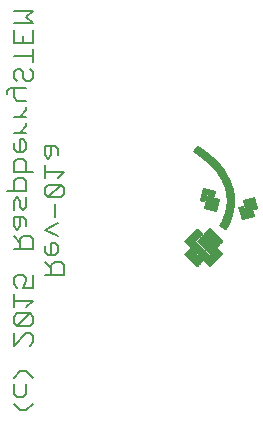
<source format=gbo>
G75*
%MOIN*%
%OFA0B0*%
%FSLAX25Y25*%
%IPPOS*%
%LPD*%
%AMOC8*
5,1,8,0,0,1.08239X$1,22.5*
%
%ADD10C,0.00600*%
%ADD11C,0.00100*%
D10*
X0039685Y0086122D02*
X0041820Y0086122D01*
X0043955Y0088257D01*
X0040753Y0090419D02*
X0041820Y0091487D01*
X0041820Y0094689D01*
X0040753Y0090419D02*
X0038618Y0090419D01*
X0037550Y0091487D01*
X0037550Y0094689D01*
X0037550Y0096865D02*
X0039685Y0099000D01*
X0041820Y0099000D01*
X0043955Y0096865D01*
X0037550Y0088257D02*
X0039685Y0086122D01*
X0037550Y0107607D02*
X0041820Y0111877D01*
X0042888Y0111877D01*
X0043955Y0110810D01*
X0043955Y0108675D01*
X0042888Y0107607D01*
X0042888Y0114053D02*
X0043955Y0115120D01*
X0043955Y0117255D01*
X0042888Y0118323D01*
X0038618Y0114053D01*
X0037550Y0115120D01*
X0037550Y0117255D01*
X0038618Y0118323D01*
X0042888Y0118323D01*
X0041820Y0120498D02*
X0043955Y0122633D01*
X0037550Y0122633D01*
X0037550Y0120498D02*
X0037550Y0124768D01*
X0038618Y0126944D02*
X0037550Y0128011D01*
X0037550Y0130146D01*
X0038618Y0131214D01*
X0040753Y0131214D01*
X0041820Y0130146D01*
X0041820Y0129079D01*
X0040753Y0126944D01*
X0043955Y0126944D01*
X0043955Y0131214D01*
X0048050Y0131241D02*
X0054455Y0131241D01*
X0054455Y0134443D01*
X0053388Y0135511D01*
X0051253Y0135511D01*
X0050185Y0134443D01*
X0050185Y0131241D01*
X0050185Y0133376D02*
X0048050Y0135511D01*
X0049118Y0137686D02*
X0051253Y0137686D01*
X0052320Y0138754D01*
X0052320Y0140889D01*
X0051253Y0141957D01*
X0050185Y0141957D01*
X0050185Y0137686D01*
X0049118Y0137686D02*
X0048050Y0138754D01*
X0048050Y0140889D01*
X0052320Y0144132D02*
X0048050Y0146267D01*
X0052320Y0148402D01*
X0051253Y0150577D02*
X0051253Y0154848D01*
X0053388Y0157023D02*
X0054455Y0158090D01*
X0054455Y0160225D01*
X0053388Y0161293D01*
X0049118Y0157023D01*
X0048050Y0158090D01*
X0048050Y0160225D01*
X0049118Y0161293D01*
X0053388Y0161293D01*
X0052320Y0163468D02*
X0054455Y0165603D01*
X0048050Y0165603D01*
X0048050Y0163468D02*
X0048050Y0167739D01*
X0049118Y0169914D02*
X0048050Y0170981D01*
X0048050Y0174184D01*
X0051253Y0174184D01*
X0052320Y0173116D01*
X0052320Y0170981D01*
X0050185Y0170981D02*
X0050185Y0174184D01*
X0050185Y0170981D02*
X0049118Y0169914D01*
X0043955Y0165617D02*
X0037550Y0165617D01*
X0037550Y0168819D01*
X0038618Y0169887D01*
X0040753Y0169887D01*
X0041820Y0168819D01*
X0041820Y0165617D01*
X0040753Y0163441D02*
X0041820Y0162374D01*
X0041820Y0159171D01*
X0035415Y0159171D01*
X0037550Y0159171D02*
X0037550Y0162374D01*
X0038618Y0163441D01*
X0040753Y0163441D01*
X0041820Y0156996D02*
X0041820Y0153793D01*
X0040753Y0152726D01*
X0039685Y0153793D01*
X0039685Y0155928D01*
X0038618Y0156996D01*
X0037550Y0155928D01*
X0037550Y0152726D01*
X0037550Y0150550D02*
X0037550Y0147348D01*
X0038618Y0146280D01*
X0039685Y0147348D01*
X0039685Y0150550D01*
X0040753Y0150550D02*
X0037550Y0150550D01*
X0040753Y0150550D02*
X0041820Y0149483D01*
X0041820Y0147348D01*
X0040753Y0144105D02*
X0039685Y0143037D01*
X0039685Y0139835D01*
X0039685Y0141970D02*
X0037550Y0144105D01*
X0037550Y0139835D02*
X0043955Y0139835D01*
X0043955Y0143037D01*
X0042888Y0144105D01*
X0040753Y0144105D01*
X0049118Y0157023D02*
X0053388Y0157023D01*
X0040753Y0172062D02*
X0041820Y0173130D01*
X0041820Y0175265D01*
X0040753Y0176332D01*
X0039685Y0176332D01*
X0039685Y0172062D01*
X0038618Y0172062D02*
X0040753Y0172062D01*
X0038618Y0172062D02*
X0037550Y0173130D01*
X0037550Y0175265D01*
X0037550Y0178508D02*
X0041820Y0178508D01*
X0041820Y0180643D02*
X0041820Y0181710D01*
X0041820Y0180643D02*
X0039685Y0178508D01*
X0039685Y0183879D02*
X0041820Y0186014D01*
X0041820Y0187082D01*
X0041820Y0189250D02*
X0038618Y0189250D01*
X0037550Y0190318D01*
X0037550Y0193520D01*
X0036482Y0193520D02*
X0035415Y0192453D01*
X0035415Y0191385D01*
X0036482Y0193520D02*
X0041820Y0193520D01*
X0041820Y0195696D02*
X0040753Y0196763D01*
X0040753Y0198898D01*
X0039685Y0199966D01*
X0038618Y0199966D01*
X0037550Y0198898D01*
X0037550Y0196763D01*
X0038618Y0195696D01*
X0041820Y0195696D02*
X0042888Y0195696D01*
X0043955Y0196763D01*
X0043955Y0198898D01*
X0042888Y0199966D01*
X0043955Y0202141D02*
X0043955Y0206411D01*
X0043955Y0204276D02*
X0037550Y0204276D01*
X0037550Y0208587D02*
X0037550Y0212857D01*
X0037550Y0215032D02*
X0043955Y0215032D01*
X0041820Y0217167D01*
X0043955Y0219302D01*
X0037550Y0219302D01*
X0040753Y0210722D02*
X0040753Y0208587D01*
X0043955Y0208587D02*
X0037550Y0208587D01*
X0043955Y0208587D02*
X0043955Y0212857D01*
X0041820Y0183879D02*
X0037550Y0183879D01*
X0038618Y0114053D02*
X0042888Y0114053D01*
X0037550Y0111877D02*
X0037550Y0107607D01*
D11*
X0094500Y0138200D02*
X0098600Y0134000D01*
X0100400Y0135900D01*
X0098200Y0138200D01*
X0100200Y0140300D01*
X0098000Y0142500D01*
X0100400Y0144900D01*
X0098700Y0146600D01*
X0094500Y0142500D01*
X0096600Y0140300D01*
X0094500Y0138200D01*
X0094526Y0138226D02*
X0098225Y0138226D01*
X0098269Y0138128D02*
X0094571Y0138128D01*
X0094667Y0138029D02*
X0098363Y0138029D01*
X0098458Y0137931D02*
X0094763Y0137931D01*
X0094859Y0137832D02*
X0098552Y0137832D01*
X0098646Y0137734D02*
X0094955Y0137734D01*
X0095051Y0137635D02*
X0098740Y0137635D01*
X0098834Y0137537D02*
X0095148Y0137537D01*
X0095244Y0137438D02*
X0098929Y0137438D01*
X0099023Y0137340D02*
X0095340Y0137340D01*
X0095436Y0137241D02*
X0099117Y0137241D01*
X0099211Y0137143D02*
X0095532Y0137143D01*
X0095628Y0137044D02*
X0099306Y0137044D01*
X0099400Y0136946D02*
X0095725Y0136946D01*
X0095821Y0136847D02*
X0099494Y0136847D01*
X0099588Y0136749D02*
X0095917Y0136749D01*
X0096013Y0136650D02*
X0099683Y0136650D01*
X0099777Y0136552D02*
X0096109Y0136552D01*
X0096205Y0136453D02*
X0099871Y0136453D01*
X0099965Y0136355D02*
X0096302Y0136355D01*
X0096398Y0136256D02*
X0100059Y0136256D01*
X0100154Y0136158D02*
X0096494Y0136158D01*
X0096590Y0136059D02*
X0100248Y0136059D01*
X0100342Y0135961D02*
X0096686Y0135961D01*
X0096782Y0135862D02*
X0100364Y0135862D01*
X0100271Y0135763D02*
X0096878Y0135763D01*
X0096975Y0135665D02*
X0100177Y0135665D01*
X0100084Y0135566D02*
X0097071Y0135566D01*
X0097167Y0135468D02*
X0099991Y0135468D01*
X0099897Y0135369D02*
X0097263Y0135369D01*
X0097359Y0135271D02*
X0099804Y0135271D01*
X0099711Y0135172D02*
X0097455Y0135172D01*
X0097552Y0135074D02*
X0099617Y0135074D01*
X0099524Y0134975D02*
X0097648Y0134975D01*
X0097744Y0134877D02*
X0099431Y0134877D01*
X0099337Y0134778D02*
X0097840Y0134778D01*
X0097936Y0134680D02*
X0099244Y0134680D01*
X0099151Y0134581D02*
X0098032Y0134581D01*
X0098129Y0134483D02*
X0099057Y0134483D01*
X0098964Y0134384D02*
X0098225Y0134384D01*
X0098321Y0134286D02*
X0098871Y0134286D01*
X0098777Y0134187D02*
X0098417Y0134187D01*
X0098513Y0134089D02*
X0098684Y0134089D01*
X0100797Y0136256D02*
X0105109Y0136256D01*
X0105210Y0136355D02*
X0100700Y0136355D01*
X0100604Y0136453D02*
X0105310Y0136453D01*
X0105411Y0136552D02*
X0100508Y0136552D01*
X0100412Y0136650D02*
X0105512Y0136650D01*
X0105613Y0136749D02*
X0100316Y0136749D01*
X0100220Y0136847D02*
X0105714Y0136847D01*
X0105815Y0136946D02*
X0100124Y0136946D01*
X0100028Y0137044D02*
X0105916Y0137044D01*
X0106017Y0137143D02*
X0099932Y0137143D01*
X0099835Y0137241D02*
X0106118Y0137241D01*
X0106219Y0137340D02*
X0099739Y0137340D01*
X0099643Y0137438D02*
X0106320Y0137438D01*
X0106421Y0137537D02*
X0099547Y0137537D01*
X0099451Y0137635D02*
X0102865Y0137635D01*
X0102900Y0137600D02*
X0100600Y0139900D01*
X0098900Y0138200D01*
X0102900Y0134100D01*
X0107100Y0138200D01*
X0105400Y0140000D01*
X0102900Y0137600D01*
X0102937Y0137635D02*
X0106521Y0137635D01*
X0106622Y0137734D02*
X0103039Y0137734D01*
X0103142Y0137832D02*
X0106723Y0137832D01*
X0106824Y0137931D02*
X0103245Y0137931D01*
X0103347Y0138029D02*
X0106925Y0138029D01*
X0107026Y0138128D02*
X0103450Y0138128D01*
X0103552Y0138226D02*
X0107075Y0138226D01*
X0106982Y0138325D02*
X0103655Y0138325D01*
X0103758Y0138423D02*
X0106889Y0138423D01*
X0106796Y0138522D02*
X0103860Y0138522D01*
X0103963Y0138620D02*
X0106703Y0138620D01*
X0106610Y0138719D02*
X0104065Y0138719D01*
X0104168Y0138817D02*
X0106517Y0138817D01*
X0106424Y0138916D02*
X0104271Y0138916D01*
X0104373Y0139014D02*
X0106331Y0139014D01*
X0106238Y0139113D02*
X0104476Y0139113D01*
X0104579Y0139211D02*
X0106145Y0139211D01*
X0106052Y0139310D02*
X0104681Y0139310D01*
X0104784Y0139408D02*
X0105959Y0139408D01*
X0105866Y0139507D02*
X0104886Y0139507D01*
X0104989Y0139605D02*
X0105773Y0139605D01*
X0105680Y0139704D02*
X0105092Y0139704D01*
X0105194Y0139802D02*
X0105587Y0139802D01*
X0105494Y0139901D02*
X0105297Y0139901D01*
X0105399Y0139999D02*
X0105401Y0139999D01*
X0104994Y0140394D02*
X0100806Y0140394D01*
X0100708Y0140492D02*
X0105092Y0140492D01*
X0105191Y0140591D02*
X0100609Y0140591D01*
X0100511Y0140689D02*
X0105289Y0140689D01*
X0105388Y0140788D02*
X0100412Y0140788D01*
X0100314Y0140886D02*
X0105486Y0140886D01*
X0105585Y0140985D02*
X0100215Y0140985D01*
X0100117Y0141083D02*
X0105683Y0141083D01*
X0105782Y0141182D02*
X0100018Y0141182D01*
X0099920Y0141280D02*
X0105880Y0141280D01*
X0105979Y0141379D02*
X0099821Y0141379D01*
X0099723Y0141477D02*
X0106077Y0141477D01*
X0106176Y0141576D02*
X0099624Y0141576D01*
X0099526Y0141674D02*
X0106274Y0141674D01*
X0106373Y0141773D02*
X0099427Y0141773D01*
X0099329Y0141871D02*
X0106471Y0141871D01*
X0106570Y0141970D02*
X0099230Y0141970D01*
X0099132Y0142068D02*
X0106668Y0142068D01*
X0106767Y0142167D02*
X0099033Y0142167D01*
X0098935Y0142265D02*
X0106865Y0142265D01*
X0106964Y0142364D02*
X0098836Y0142364D01*
X0098738Y0142462D02*
X0107062Y0142462D01*
X0107100Y0142500D02*
X0102900Y0138300D01*
X0098700Y0142500D01*
X0102900Y0146800D01*
X0107100Y0142500D01*
X0107041Y0142561D02*
X0098759Y0142561D01*
X0098856Y0142659D02*
X0106944Y0142659D01*
X0106848Y0142758D02*
X0098952Y0142758D01*
X0099048Y0142856D02*
X0106752Y0142856D01*
X0106656Y0142955D02*
X0099144Y0142955D01*
X0099240Y0143053D02*
X0106560Y0143053D01*
X0106463Y0143152D02*
X0099337Y0143152D01*
X0099433Y0143250D02*
X0106367Y0143250D01*
X0106271Y0143349D02*
X0099529Y0143349D01*
X0099625Y0143447D02*
X0106175Y0143447D01*
X0106078Y0143546D02*
X0099722Y0143546D01*
X0099818Y0143644D02*
X0105982Y0143644D01*
X0105886Y0143743D02*
X0099914Y0143743D01*
X0100010Y0143841D02*
X0105790Y0143841D01*
X0105694Y0143940D02*
X0100106Y0143940D01*
X0100203Y0144038D02*
X0105597Y0144038D01*
X0105501Y0144137D02*
X0100299Y0144137D01*
X0100395Y0144235D02*
X0105405Y0144235D01*
X0105309Y0144334D02*
X0100491Y0144334D01*
X0100588Y0144432D02*
X0105212Y0144432D01*
X0105116Y0144531D02*
X0100684Y0144531D01*
X0100780Y0144630D02*
X0105020Y0144630D01*
X0104924Y0144728D02*
X0100876Y0144728D01*
X0100972Y0144827D02*
X0104828Y0144827D01*
X0104731Y0144925D02*
X0101069Y0144925D01*
X0101165Y0145024D02*
X0104635Y0145024D01*
X0104539Y0145122D02*
X0101261Y0145122D01*
X0101357Y0145221D02*
X0104443Y0145221D01*
X0104346Y0145319D02*
X0101454Y0145319D01*
X0101550Y0145418D02*
X0104250Y0145418D01*
X0104154Y0145516D02*
X0101646Y0145516D01*
X0101742Y0145615D02*
X0104058Y0145615D01*
X0103962Y0145713D02*
X0101838Y0145713D01*
X0101935Y0145812D02*
X0103865Y0145812D01*
X0103769Y0145910D02*
X0102031Y0145910D01*
X0102127Y0146009D02*
X0103673Y0146009D01*
X0103577Y0146107D02*
X0102223Y0146107D01*
X0102320Y0146206D02*
X0103480Y0146206D01*
X0103384Y0146304D02*
X0102416Y0146304D01*
X0102512Y0146403D02*
X0103288Y0146403D01*
X0103192Y0146501D02*
X0102608Y0146501D01*
X0102704Y0146600D02*
X0103096Y0146600D01*
X0102999Y0146698D02*
X0102801Y0146698D01*
X0102897Y0146797D02*
X0102903Y0146797D01*
X0100375Y0144925D02*
X0096984Y0144925D01*
X0096883Y0144827D02*
X0100327Y0144827D01*
X0100228Y0144728D02*
X0096782Y0144728D01*
X0096681Y0144630D02*
X0100130Y0144630D01*
X0100031Y0144531D02*
X0096581Y0144531D01*
X0096480Y0144432D02*
X0099932Y0144432D01*
X0099834Y0144334D02*
X0096379Y0144334D01*
X0096278Y0144235D02*
X0099735Y0144235D01*
X0099637Y0144137D02*
X0096177Y0144137D01*
X0096076Y0144038D02*
X0099538Y0144038D01*
X0099440Y0143940D02*
X0095975Y0143940D01*
X0095874Y0143841D02*
X0099341Y0143841D01*
X0099243Y0143743D02*
X0095773Y0143743D01*
X0095672Y0143644D02*
X0099144Y0143644D01*
X0099046Y0143546D02*
X0095571Y0143546D01*
X0095470Y0143447D02*
X0098947Y0143447D01*
X0098849Y0143349D02*
X0095370Y0143349D01*
X0095269Y0143250D02*
X0098750Y0143250D01*
X0098652Y0143152D02*
X0095168Y0143152D01*
X0095067Y0143053D02*
X0098553Y0143053D01*
X0098455Y0142955D02*
X0094966Y0142955D01*
X0094865Y0142856D02*
X0098356Y0142856D01*
X0098258Y0142758D02*
X0094764Y0142758D01*
X0094663Y0142659D02*
X0098159Y0142659D01*
X0098061Y0142561D02*
X0094562Y0142561D01*
X0094536Y0142462D02*
X0098038Y0142462D01*
X0098136Y0142364D02*
X0094630Y0142364D01*
X0094724Y0142265D02*
X0098235Y0142265D01*
X0098333Y0142167D02*
X0094818Y0142167D01*
X0094912Y0142068D02*
X0098432Y0142068D01*
X0098530Y0141970D02*
X0095006Y0141970D01*
X0095100Y0141871D02*
X0098629Y0141871D01*
X0098727Y0141773D02*
X0095194Y0141773D01*
X0095288Y0141674D02*
X0098826Y0141674D01*
X0098924Y0141576D02*
X0095382Y0141576D01*
X0095476Y0141477D02*
X0099023Y0141477D01*
X0099121Y0141379D02*
X0095570Y0141379D01*
X0095664Y0141280D02*
X0099220Y0141280D01*
X0099318Y0141182D02*
X0095758Y0141182D01*
X0095852Y0141083D02*
X0099417Y0141083D01*
X0099515Y0140985D02*
X0095947Y0140985D01*
X0096041Y0140886D02*
X0099614Y0140886D01*
X0099712Y0140788D02*
X0096135Y0140788D01*
X0096229Y0140689D02*
X0099811Y0140689D01*
X0099909Y0140591D02*
X0096323Y0140591D01*
X0096417Y0140492D02*
X0100008Y0140492D01*
X0100106Y0140394D02*
X0096511Y0140394D01*
X0096595Y0140295D02*
X0100195Y0140295D01*
X0100101Y0140196D02*
X0096496Y0140196D01*
X0096398Y0140098D02*
X0100008Y0140098D01*
X0099914Y0139999D02*
X0096299Y0139999D01*
X0096201Y0139901D02*
X0099820Y0139901D01*
X0099726Y0139802D02*
X0096102Y0139802D01*
X0096004Y0139704D02*
X0099632Y0139704D01*
X0099538Y0139605D02*
X0095905Y0139605D01*
X0095807Y0139507D02*
X0099445Y0139507D01*
X0099351Y0139408D02*
X0095708Y0139408D01*
X0095610Y0139310D02*
X0099257Y0139310D01*
X0099163Y0139211D02*
X0095511Y0139211D01*
X0095413Y0139113D02*
X0099069Y0139113D01*
X0098976Y0139014D02*
X0095314Y0139014D01*
X0095216Y0138916D02*
X0098882Y0138916D01*
X0098788Y0138817D02*
X0095117Y0138817D01*
X0095019Y0138719D02*
X0098694Y0138719D01*
X0098600Y0138620D02*
X0094920Y0138620D01*
X0094822Y0138522D02*
X0098506Y0138522D01*
X0098413Y0138423D02*
X0094723Y0138423D01*
X0094625Y0138325D02*
X0098319Y0138325D01*
X0098926Y0138226D02*
X0102274Y0138226D01*
X0102372Y0138128D02*
X0098970Y0138128D01*
X0099067Y0138029D02*
X0102471Y0138029D01*
X0102569Y0137931D02*
X0099163Y0137931D01*
X0099259Y0137832D02*
X0102668Y0137832D01*
X0102766Y0137734D02*
X0099355Y0137734D01*
X0099025Y0138325D02*
X0102175Y0138325D01*
X0102077Y0138423D02*
X0099123Y0138423D01*
X0099222Y0138522D02*
X0101978Y0138522D01*
X0101880Y0138620D02*
X0099320Y0138620D01*
X0099419Y0138719D02*
X0101781Y0138719D01*
X0101683Y0138817D02*
X0099517Y0138817D01*
X0099616Y0138916D02*
X0101584Y0138916D01*
X0101486Y0139014D02*
X0099714Y0139014D01*
X0099813Y0139113D02*
X0101387Y0139113D01*
X0101289Y0139211D02*
X0099911Y0139211D01*
X0100010Y0139310D02*
X0101190Y0139310D01*
X0101092Y0139408D02*
X0100108Y0139408D01*
X0100207Y0139507D02*
X0100993Y0139507D01*
X0100895Y0139605D02*
X0100305Y0139605D01*
X0100404Y0139704D02*
X0100796Y0139704D01*
X0100698Y0139802D02*
X0100502Y0139802D01*
X0100905Y0140295D02*
X0104895Y0140295D01*
X0104796Y0140196D02*
X0101004Y0140196D01*
X0101102Y0140098D02*
X0104698Y0140098D01*
X0104599Y0139999D02*
X0101201Y0139999D01*
X0101299Y0139901D02*
X0104501Y0139901D01*
X0104402Y0139802D02*
X0101398Y0139802D01*
X0101496Y0139704D02*
X0104304Y0139704D01*
X0104205Y0139605D02*
X0101595Y0139605D01*
X0101693Y0139507D02*
X0104107Y0139507D01*
X0104008Y0139408D02*
X0101792Y0139408D01*
X0101890Y0139310D02*
X0103910Y0139310D01*
X0103811Y0139211D02*
X0101989Y0139211D01*
X0102087Y0139113D02*
X0103713Y0139113D01*
X0103614Y0139014D02*
X0102186Y0139014D01*
X0102284Y0138916D02*
X0103516Y0138916D01*
X0103417Y0138817D02*
X0102383Y0138817D01*
X0102481Y0138719D02*
X0103319Y0138719D01*
X0103220Y0138620D02*
X0102580Y0138620D01*
X0102678Y0138522D02*
X0103122Y0138522D01*
X0103023Y0138423D02*
X0102777Y0138423D01*
X0102875Y0138325D02*
X0102925Y0138325D01*
X0100893Y0136158D02*
X0105008Y0136158D01*
X0104907Y0136059D02*
X0100989Y0136059D01*
X0101085Y0135961D02*
X0104806Y0135961D01*
X0104705Y0135862D02*
X0101181Y0135862D01*
X0101277Y0135763D02*
X0104604Y0135763D01*
X0104503Y0135665D02*
X0101373Y0135665D01*
X0101469Y0135566D02*
X0104402Y0135566D01*
X0104301Y0135468D02*
X0101565Y0135468D01*
X0101662Y0135369D02*
X0104200Y0135369D01*
X0104099Y0135271D02*
X0101758Y0135271D01*
X0101854Y0135172D02*
X0103999Y0135172D01*
X0103898Y0135074D02*
X0101950Y0135074D01*
X0102046Y0134975D02*
X0103797Y0134975D01*
X0103696Y0134877D02*
X0102142Y0134877D01*
X0102238Y0134778D02*
X0103595Y0134778D01*
X0103494Y0134680D02*
X0102334Y0134680D01*
X0102430Y0134581D02*
X0103393Y0134581D01*
X0103292Y0134483D02*
X0102526Y0134483D01*
X0102623Y0134384D02*
X0103191Y0134384D01*
X0103090Y0134286D02*
X0102719Y0134286D01*
X0102815Y0134187D02*
X0102989Y0134187D01*
X0100276Y0145024D02*
X0097085Y0145024D01*
X0097186Y0145122D02*
X0100178Y0145122D01*
X0100079Y0145221D02*
X0097287Y0145221D01*
X0097388Y0145319D02*
X0099981Y0145319D01*
X0099882Y0145418D02*
X0097489Y0145418D01*
X0097590Y0145516D02*
X0099784Y0145516D01*
X0099685Y0145615D02*
X0097691Y0145615D01*
X0097791Y0145713D02*
X0099587Y0145713D01*
X0099488Y0145812D02*
X0097892Y0145812D01*
X0097993Y0145910D02*
X0099390Y0145910D01*
X0099291Y0146009D02*
X0098094Y0146009D01*
X0098195Y0146107D02*
X0099193Y0146107D01*
X0099094Y0146206D02*
X0098296Y0146206D01*
X0098397Y0146304D02*
X0098996Y0146304D01*
X0098897Y0146403D02*
X0098498Y0146403D01*
X0098599Y0146501D02*
X0098799Y0146501D01*
X0098700Y0146600D02*
X0098700Y0146600D01*
X0101000Y0153600D02*
X0104900Y0152500D01*
X0106000Y0156500D01*
X0102100Y0157600D01*
X0101000Y0153600D01*
X0101021Y0153594D02*
X0105201Y0153594D01*
X0105228Y0153693D02*
X0101025Y0153693D01*
X0101053Y0153791D02*
X0105255Y0153791D01*
X0105282Y0153890D02*
X0101080Y0153890D01*
X0101107Y0153988D02*
X0105309Y0153988D01*
X0105336Y0154087D02*
X0101134Y0154087D01*
X0101161Y0154185D02*
X0105363Y0154185D01*
X0105390Y0154284D02*
X0101188Y0154284D01*
X0101215Y0154382D02*
X0105418Y0154382D01*
X0105445Y0154481D02*
X0101242Y0154481D01*
X0101269Y0154579D02*
X0105472Y0154579D01*
X0105499Y0154678D02*
X0101296Y0154678D01*
X0101323Y0154776D02*
X0105526Y0154776D01*
X0105553Y0154875D02*
X0101351Y0154875D01*
X0101378Y0154973D02*
X0105580Y0154973D01*
X0105607Y0155072D02*
X0101405Y0155072D01*
X0101432Y0155170D02*
X0105634Y0155170D01*
X0105661Y0155269D02*
X0101459Y0155269D01*
X0101486Y0155367D02*
X0105688Y0155367D01*
X0105716Y0155466D02*
X0101513Y0155466D01*
X0101540Y0155564D02*
X0105743Y0155564D01*
X0105770Y0155663D02*
X0101567Y0155663D01*
X0101594Y0155761D02*
X0105797Y0155761D01*
X0105824Y0155860D02*
X0101621Y0155860D01*
X0101649Y0155958D02*
X0105851Y0155958D01*
X0105878Y0156057D02*
X0101676Y0156057D01*
X0101703Y0156155D02*
X0105905Y0156155D01*
X0105932Y0156254D02*
X0101730Y0156254D01*
X0101757Y0156352D02*
X0105959Y0156352D01*
X0105986Y0156451D02*
X0101784Y0156451D01*
X0101811Y0156549D02*
X0105825Y0156549D01*
X0105476Y0156648D02*
X0101838Y0156648D01*
X0101865Y0156746D02*
X0105126Y0156746D01*
X0104777Y0156845D02*
X0101892Y0156845D01*
X0101919Y0156943D02*
X0104428Y0156943D01*
X0104079Y0157042D02*
X0101947Y0157042D01*
X0101974Y0157140D02*
X0103729Y0157140D01*
X0103380Y0157239D02*
X0102001Y0157239D01*
X0102028Y0157337D02*
X0103031Y0157337D01*
X0102682Y0157436D02*
X0102055Y0157436D01*
X0102082Y0157534D02*
X0102332Y0157534D01*
X0102412Y0157929D02*
X0104432Y0157929D01*
X0104457Y0158027D02*
X0102061Y0158027D01*
X0101800Y0158100D02*
X0104300Y0157400D01*
X0104700Y0159000D01*
X0100700Y0160000D01*
X0099700Y0156000D01*
X0101100Y0155700D01*
X0101800Y0158100D01*
X0101779Y0158027D02*
X0100207Y0158027D01*
X0100231Y0158126D02*
X0104481Y0158126D01*
X0104506Y0158224D02*
X0100256Y0158224D01*
X0100281Y0158323D02*
X0104531Y0158323D01*
X0104555Y0158421D02*
X0100305Y0158421D01*
X0100330Y0158520D02*
X0104580Y0158520D01*
X0104605Y0158618D02*
X0100355Y0158618D01*
X0100379Y0158717D02*
X0104629Y0158717D01*
X0104654Y0158815D02*
X0100404Y0158815D01*
X0100428Y0158914D02*
X0104678Y0158914D01*
X0104651Y0159012D02*
X0100453Y0159012D01*
X0100478Y0159111D02*
X0104257Y0159111D01*
X0103863Y0159209D02*
X0100502Y0159209D01*
X0100527Y0159308D02*
X0103469Y0159308D01*
X0103075Y0159406D02*
X0100552Y0159406D01*
X0100576Y0159505D02*
X0102681Y0159505D01*
X0102287Y0159603D02*
X0100601Y0159603D01*
X0100625Y0159702D02*
X0101893Y0159702D01*
X0101499Y0159800D02*
X0100650Y0159800D01*
X0100675Y0159899D02*
X0101105Y0159899D01*
X0100711Y0159997D02*
X0100699Y0159997D01*
X0100182Y0157929D02*
X0101750Y0157929D01*
X0101721Y0157830D02*
X0100158Y0157830D01*
X0100133Y0157732D02*
X0101693Y0157732D01*
X0101664Y0157633D02*
X0100108Y0157633D01*
X0100084Y0157534D02*
X0101635Y0157534D01*
X0101606Y0157436D02*
X0100059Y0157436D01*
X0100034Y0157337D02*
X0101578Y0157337D01*
X0101549Y0157239D02*
X0100010Y0157239D01*
X0099985Y0157140D02*
X0101520Y0157140D01*
X0101491Y0157042D02*
X0099960Y0157042D01*
X0099936Y0156943D02*
X0101463Y0156943D01*
X0101434Y0156845D02*
X0099911Y0156845D01*
X0099887Y0156746D02*
X0101405Y0156746D01*
X0101376Y0156648D02*
X0099862Y0156648D01*
X0099837Y0156549D02*
X0101348Y0156549D01*
X0101319Y0156451D02*
X0099813Y0156451D01*
X0099788Y0156352D02*
X0101290Y0156352D01*
X0101262Y0156254D02*
X0099763Y0156254D01*
X0099739Y0156155D02*
X0101233Y0156155D01*
X0101204Y0156057D02*
X0099714Y0156057D01*
X0099895Y0155958D02*
X0101175Y0155958D01*
X0101147Y0155860D02*
X0100354Y0155860D01*
X0100814Y0155761D02*
X0101118Y0155761D01*
X0101370Y0153496D02*
X0105174Y0153496D01*
X0105147Y0153397D02*
X0101720Y0153397D01*
X0102069Y0153298D02*
X0105120Y0153298D01*
X0105092Y0153200D02*
X0102418Y0153200D01*
X0102767Y0153101D02*
X0105065Y0153101D01*
X0105038Y0153003D02*
X0103117Y0153003D01*
X0103466Y0152904D02*
X0105011Y0152904D01*
X0104984Y0152806D02*
X0103815Y0152806D01*
X0104165Y0152707D02*
X0104957Y0152707D01*
X0104930Y0152609D02*
X0104514Y0152609D01*
X0104863Y0152510D02*
X0104903Y0152510D01*
X0104309Y0157436D02*
X0104172Y0157436D01*
X0104334Y0157534D02*
X0103820Y0157534D01*
X0103468Y0157633D02*
X0104358Y0157633D01*
X0104383Y0157732D02*
X0103116Y0157732D01*
X0102764Y0157830D02*
X0104408Y0157830D01*
X0107900Y0160600D02*
X0106900Y0162900D01*
X0105200Y0165600D01*
X0103200Y0167800D01*
X0100100Y0170500D01*
X0097500Y0172400D01*
X0098700Y0174200D01*
X0100200Y0173300D01*
X0102700Y0171400D01*
X0105600Y0168700D01*
X0107900Y0165700D01*
X0109500Y0162800D01*
X0110600Y0159700D01*
X0111000Y0157400D01*
X0111000Y0154800D01*
X0110700Y0152600D01*
X0109900Y0150100D01*
X0109200Y0148200D01*
X0108100Y0146400D01*
X0107900Y0146500D01*
X0106100Y0147800D01*
X0106900Y0148900D01*
X0107500Y0150500D01*
X0108100Y0152300D01*
X0108500Y0153900D01*
X0108600Y0156200D01*
X0108400Y0158600D01*
X0107900Y0160600D01*
X0107903Y0160588D02*
X0110285Y0160588D01*
X0110320Y0160490D02*
X0107928Y0160490D01*
X0107952Y0160391D02*
X0110355Y0160391D01*
X0110390Y0160293D02*
X0107977Y0160293D01*
X0108001Y0160194D02*
X0110425Y0160194D01*
X0110460Y0160096D02*
X0108026Y0160096D01*
X0108051Y0159997D02*
X0110495Y0159997D01*
X0110529Y0159899D02*
X0108075Y0159899D01*
X0108100Y0159800D02*
X0110564Y0159800D01*
X0110599Y0159702D02*
X0108125Y0159702D01*
X0108149Y0159603D02*
X0110617Y0159603D01*
X0110634Y0159505D02*
X0108174Y0159505D01*
X0108198Y0159406D02*
X0110651Y0159406D01*
X0110668Y0159308D02*
X0108223Y0159308D01*
X0108248Y0159209D02*
X0110685Y0159209D01*
X0110702Y0159111D02*
X0108272Y0159111D01*
X0108297Y0159012D02*
X0110720Y0159012D01*
X0110737Y0158914D02*
X0108322Y0158914D01*
X0108346Y0158815D02*
X0110754Y0158815D01*
X0110771Y0158717D02*
X0108371Y0158717D01*
X0108395Y0158618D02*
X0110788Y0158618D01*
X0110805Y0158520D02*
X0108407Y0158520D01*
X0108415Y0158421D02*
X0110822Y0158421D01*
X0110840Y0158323D02*
X0108423Y0158323D01*
X0108431Y0158224D02*
X0110857Y0158224D01*
X0110874Y0158126D02*
X0108440Y0158126D01*
X0108448Y0158027D02*
X0110891Y0158027D01*
X0110908Y0157929D02*
X0108456Y0157929D01*
X0108464Y0157830D02*
X0110925Y0157830D01*
X0110942Y0157732D02*
X0108472Y0157732D01*
X0108481Y0157633D02*
X0110959Y0157633D01*
X0110977Y0157534D02*
X0108489Y0157534D01*
X0108497Y0157436D02*
X0110994Y0157436D01*
X0111000Y0157337D02*
X0108505Y0157337D01*
X0108513Y0157239D02*
X0111000Y0157239D01*
X0111000Y0157140D02*
X0108522Y0157140D01*
X0108530Y0157042D02*
X0111000Y0157042D01*
X0111000Y0156943D02*
X0108538Y0156943D01*
X0108546Y0156845D02*
X0111000Y0156845D01*
X0111000Y0156746D02*
X0108554Y0156746D01*
X0108563Y0156648D02*
X0111000Y0156648D01*
X0111000Y0156549D02*
X0108571Y0156549D01*
X0108579Y0156451D02*
X0111000Y0156451D01*
X0111000Y0156352D02*
X0108587Y0156352D01*
X0108596Y0156254D02*
X0111000Y0156254D01*
X0111000Y0156155D02*
X0108598Y0156155D01*
X0108594Y0156057D02*
X0111000Y0156057D01*
X0111000Y0155958D02*
X0108589Y0155958D01*
X0108585Y0155860D02*
X0111000Y0155860D01*
X0111000Y0155761D02*
X0108581Y0155761D01*
X0108577Y0155663D02*
X0111000Y0155663D01*
X0111000Y0155564D02*
X0108572Y0155564D01*
X0108568Y0155466D02*
X0111000Y0155466D01*
X0111000Y0155367D02*
X0108564Y0155367D01*
X0108560Y0155269D02*
X0111000Y0155269D01*
X0111000Y0155170D02*
X0108555Y0155170D01*
X0108551Y0155072D02*
X0111000Y0155072D01*
X0111000Y0154973D02*
X0108547Y0154973D01*
X0108542Y0154875D02*
X0111000Y0154875D01*
X0110997Y0154776D02*
X0108538Y0154776D01*
X0108534Y0154678D02*
X0110983Y0154678D01*
X0110970Y0154579D02*
X0108530Y0154579D01*
X0108525Y0154481D02*
X0110956Y0154481D01*
X0110943Y0154382D02*
X0108521Y0154382D01*
X0108517Y0154284D02*
X0110930Y0154284D01*
X0110916Y0154185D02*
X0108512Y0154185D01*
X0108508Y0154087D02*
X0110903Y0154087D01*
X0110889Y0153988D02*
X0108504Y0153988D01*
X0108497Y0153890D02*
X0110876Y0153890D01*
X0110862Y0153791D02*
X0108473Y0153791D01*
X0108448Y0153693D02*
X0110849Y0153693D01*
X0110836Y0153594D02*
X0108424Y0153594D01*
X0108399Y0153496D02*
X0110822Y0153496D01*
X0110809Y0153397D02*
X0108374Y0153397D01*
X0108350Y0153298D02*
X0110795Y0153298D01*
X0110782Y0153200D02*
X0108325Y0153200D01*
X0108300Y0153101D02*
X0110768Y0153101D01*
X0110755Y0153003D02*
X0108276Y0153003D01*
X0108251Y0152904D02*
X0110742Y0152904D01*
X0110728Y0152806D02*
X0108226Y0152806D01*
X0108202Y0152707D02*
X0110715Y0152707D01*
X0110701Y0152609D02*
X0108177Y0152609D01*
X0108153Y0152510D02*
X0110671Y0152510D01*
X0110640Y0152412D02*
X0108128Y0152412D01*
X0108103Y0152313D02*
X0110608Y0152313D01*
X0110577Y0152215D02*
X0108072Y0152215D01*
X0108039Y0152116D02*
X0110545Y0152116D01*
X0110514Y0152018D02*
X0108006Y0152018D01*
X0107973Y0151919D02*
X0110482Y0151919D01*
X0110451Y0151821D02*
X0107940Y0151821D01*
X0107907Y0151722D02*
X0110419Y0151722D01*
X0110388Y0151624D02*
X0107875Y0151624D01*
X0107842Y0151525D02*
X0110356Y0151525D01*
X0110325Y0151427D02*
X0107809Y0151427D01*
X0107776Y0151328D02*
X0110293Y0151328D01*
X0110262Y0151230D02*
X0107743Y0151230D01*
X0107710Y0151131D02*
X0110230Y0151131D01*
X0110198Y0151033D02*
X0107678Y0151033D01*
X0107645Y0150934D02*
X0110167Y0150934D01*
X0110135Y0150836D02*
X0107612Y0150836D01*
X0107579Y0150737D02*
X0110104Y0150737D01*
X0110072Y0150639D02*
X0107546Y0150639D01*
X0107513Y0150540D02*
X0110041Y0150540D01*
X0110009Y0150442D02*
X0107478Y0150442D01*
X0107441Y0150343D02*
X0109978Y0150343D01*
X0109946Y0150245D02*
X0107404Y0150245D01*
X0107367Y0150146D02*
X0109915Y0150146D01*
X0109881Y0150048D02*
X0107330Y0150048D01*
X0107293Y0149949D02*
X0109844Y0149949D01*
X0109808Y0149851D02*
X0107256Y0149851D01*
X0107220Y0149752D02*
X0109772Y0149752D01*
X0109736Y0149654D02*
X0107183Y0149654D01*
X0107146Y0149555D02*
X0109699Y0149555D01*
X0109663Y0149457D02*
X0107109Y0149457D01*
X0107072Y0149358D02*
X0109627Y0149358D01*
X0109590Y0149260D02*
X0107035Y0149260D01*
X0106998Y0149161D02*
X0109554Y0149161D01*
X0109518Y0149063D02*
X0106961Y0149063D01*
X0106924Y0148964D02*
X0109481Y0148964D01*
X0109445Y0148865D02*
X0106875Y0148865D01*
X0106803Y0148767D02*
X0109409Y0148767D01*
X0109373Y0148668D02*
X0106732Y0148668D01*
X0106660Y0148570D02*
X0109336Y0148570D01*
X0109300Y0148471D02*
X0106588Y0148471D01*
X0106517Y0148373D02*
X0109264Y0148373D01*
X0109227Y0148274D02*
X0106445Y0148274D01*
X0106373Y0148176D02*
X0109185Y0148176D01*
X0109125Y0148077D02*
X0106302Y0148077D01*
X0106230Y0147979D02*
X0109065Y0147979D01*
X0109005Y0147880D02*
X0106158Y0147880D01*
X0106125Y0147782D02*
X0108944Y0147782D01*
X0108884Y0147683D02*
X0106262Y0147683D01*
X0106398Y0147585D02*
X0108824Y0147585D01*
X0108764Y0147486D02*
X0106534Y0147486D01*
X0106671Y0147388D02*
X0108704Y0147388D01*
X0108643Y0147289D02*
X0106807Y0147289D01*
X0106944Y0147191D02*
X0108583Y0147191D01*
X0108523Y0147092D02*
X0107080Y0147092D01*
X0107216Y0146994D02*
X0108463Y0146994D01*
X0108403Y0146895D02*
X0107353Y0146895D01*
X0107489Y0146797D02*
X0108342Y0146797D01*
X0108282Y0146698D02*
X0107626Y0146698D01*
X0107762Y0146600D02*
X0108222Y0146600D01*
X0108162Y0146501D02*
X0107898Y0146501D01*
X0108095Y0146403D02*
X0108102Y0146403D01*
X0113600Y0149900D02*
X0112500Y0153800D01*
X0114000Y0154200D01*
X0114700Y0151700D01*
X0117200Y0152400D01*
X0117600Y0150900D01*
X0113600Y0149900D01*
X0113586Y0149949D02*
X0113796Y0149949D01*
X0113558Y0150048D02*
X0114191Y0150048D01*
X0114585Y0150146D02*
X0113531Y0150146D01*
X0113503Y0150245D02*
X0114979Y0150245D01*
X0115373Y0150343D02*
X0113475Y0150343D01*
X0113447Y0150442D02*
X0115767Y0150442D01*
X0116161Y0150540D02*
X0113419Y0150540D01*
X0113392Y0150639D02*
X0116555Y0150639D01*
X0116949Y0150737D02*
X0113364Y0150737D01*
X0113336Y0150836D02*
X0117343Y0150836D01*
X0117591Y0150934D02*
X0113308Y0150934D01*
X0113281Y0151033D02*
X0117565Y0151033D01*
X0117538Y0151131D02*
X0113253Y0151131D01*
X0113225Y0151230D02*
X0117512Y0151230D01*
X0117486Y0151328D02*
X0113197Y0151328D01*
X0113169Y0151427D02*
X0117460Y0151427D01*
X0117433Y0151525D02*
X0113142Y0151525D01*
X0113114Y0151624D02*
X0117407Y0151624D01*
X0117381Y0151722D02*
X0114780Y0151722D01*
X0114694Y0151722D02*
X0113086Y0151722D01*
X0113058Y0151821D02*
X0114666Y0151821D01*
X0114639Y0151919D02*
X0113030Y0151919D01*
X0113003Y0152018D02*
X0114611Y0152018D01*
X0114583Y0152116D02*
X0112975Y0152116D01*
X0112947Y0152215D02*
X0114556Y0152215D01*
X0114528Y0152313D02*
X0112919Y0152313D01*
X0112892Y0152412D02*
X0114501Y0152412D01*
X0114473Y0152510D02*
X0112864Y0152510D01*
X0112836Y0152609D02*
X0114445Y0152609D01*
X0114418Y0152707D02*
X0112808Y0152707D01*
X0112780Y0152806D02*
X0114390Y0152806D01*
X0114363Y0152904D02*
X0112753Y0152904D01*
X0112725Y0153003D02*
X0114335Y0153003D01*
X0114308Y0153101D02*
X0112697Y0153101D01*
X0112669Y0153200D02*
X0114280Y0153200D01*
X0114252Y0153298D02*
X0112641Y0153298D01*
X0112614Y0153397D02*
X0114225Y0153397D01*
X0114197Y0153496D02*
X0112586Y0153496D01*
X0112558Y0153594D02*
X0114170Y0153594D01*
X0114142Y0153693D02*
X0112530Y0153693D01*
X0112503Y0153791D02*
X0114114Y0153791D01*
X0114087Y0153890D02*
X0112836Y0153890D01*
X0113205Y0153988D02*
X0114059Y0153988D01*
X0114032Y0154087D02*
X0113575Y0154087D01*
X0113944Y0154185D02*
X0114004Y0154185D01*
X0114464Y0154284D02*
X0118461Y0154284D01*
X0118435Y0154382D02*
X0114437Y0154382D01*
X0114411Y0154481D02*
X0118408Y0154481D01*
X0118381Y0154579D02*
X0114384Y0154579D01*
X0114357Y0154678D02*
X0118355Y0154678D01*
X0118328Y0154776D02*
X0114331Y0154776D01*
X0114304Y0154875D02*
X0118301Y0154875D01*
X0118275Y0154973D02*
X0114278Y0154973D01*
X0114251Y0155072D02*
X0118248Y0155072D01*
X0118222Y0155170D02*
X0114224Y0155170D01*
X0114198Y0155269D02*
X0118195Y0155269D01*
X0118168Y0155367D02*
X0114171Y0155367D01*
X0114144Y0155466D02*
X0118142Y0155466D01*
X0118115Y0155564D02*
X0114118Y0155564D01*
X0114091Y0155663D02*
X0118088Y0155663D01*
X0118062Y0155761D02*
X0114065Y0155761D01*
X0114038Y0155860D02*
X0118035Y0155860D01*
X0118009Y0155958D02*
X0114011Y0155958D01*
X0114000Y0156000D02*
X0117700Y0157100D01*
X0118700Y0153400D01*
X0115000Y0152300D01*
X0114000Y0156000D01*
X0114191Y0156057D02*
X0117982Y0156057D01*
X0117955Y0156155D02*
X0114522Y0156155D01*
X0114854Y0156254D02*
X0117929Y0156254D01*
X0117902Y0156352D02*
X0115185Y0156352D01*
X0115517Y0156451D02*
X0117875Y0156451D01*
X0117849Y0156549D02*
X0115848Y0156549D01*
X0116179Y0156648D02*
X0117822Y0156648D01*
X0117796Y0156746D02*
X0116511Y0156746D01*
X0116842Y0156845D02*
X0117769Y0156845D01*
X0117742Y0156943D02*
X0117173Y0156943D01*
X0117505Y0157042D02*
X0117716Y0157042D01*
X0118488Y0154185D02*
X0114491Y0154185D01*
X0114517Y0154087D02*
X0118514Y0154087D01*
X0118541Y0153988D02*
X0114544Y0153988D01*
X0114570Y0153890D02*
X0118568Y0153890D01*
X0118594Y0153791D02*
X0114597Y0153791D01*
X0114624Y0153693D02*
X0118621Y0153693D01*
X0118648Y0153594D02*
X0114650Y0153594D01*
X0114677Y0153496D02*
X0118674Y0153496D01*
X0118690Y0153397D02*
X0114704Y0153397D01*
X0114730Y0153298D02*
X0118359Y0153298D01*
X0118027Y0153200D02*
X0114757Y0153200D01*
X0114783Y0153101D02*
X0117696Y0153101D01*
X0117365Y0153003D02*
X0114810Y0153003D01*
X0114837Y0152904D02*
X0117033Y0152904D01*
X0116702Y0152806D02*
X0114863Y0152806D01*
X0114890Y0152707D02*
X0116370Y0152707D01*
X0116039Y0152609D02*
X0114917Y0152609D01*
X0114943Y0152510D02*
X0115708Y0152510D01*
X0115376Y0152412D02*
X0114970Y0152412D01*
X0114996Y0152313D02*
X0115045Y0152313D01*
X0115132Y0151821D02*
X0117354Y0151821D01*
X0117328Y0151919D02*
X0115483Y0151919D01*
X0115835Y0152018D02*
X0117302Y0152018D01*
X0117276Y0152116D02*
X0116187Y0152116D01*
X0116539Y0152215D02*
X0117249Y0152215D01*
X0117223Y0152313D02*
X0116891Y0152313D01*
X0110250Y0160687D02*
X0107862Y0160687D01*
X0107819Y0160785D02*
X0110215Y0160785D01*
X0110180Y0160884D02*
X0107777Y0160884D01*
X0107734Y0160982D02*
X0110145Y0160982D01*
X0110110Y0161081D02*
X0107691Y0161081D01*
X0107648Y0161179D02*
X0110075Y0161179D01*
X0110040Y0161278D02*
X0107605Y0161278D01*
X0107562Y0161376D02*
X0110005Y0161376D01*
X0109970Y0161475D02*
X0107520Y0161475D01*
X0107477Y0161573D02*
X0109935Y0161573D01*
X0109900Y0161672D02*
X0107434Y0161672D01*
X0107391Y0161770D02*
X0109865Y0161770D01*
X0109830Y0161869D02*
X0107348Y0161869D01*
X0107305Y0161967D02*
X0109795Y0161967D01*
X0109760Y0162066D02*
X0107263Y0162066D01*
X0107220Y0162165D02*
X0109726Y0162165D01*
X0109691Y0162263D02*
X0107177Y0162263D01*
X0107134Y0162362D02*
X0109656Y0162362D01*
X0109621Y0162460D02*
X0107091Y0162460D01*
X0107048Y0162559D02*
X0109586Y0162559D01*
X0109551Y0162657D02*
X0107006Y0162657D01*
X0106963Y0162756D02*
X0109516Y0162756D01*
X0109470Y0162854D02*
X0106920Y0162854D01*
X0106867Y0162953D02*
X0109416Y0162953D01*
X0109361Y0163051D02*
X0106805Y0163051D01*
X0106743Y0163150D02*
X0109307Y0163150D01*
X0109253Y0163248D02*
X0106681Y0163248D01*
X0106619Y0163347D02*
X0109198Y0163347D01*
X0109144Y0163445D02*
X0106557Y0163445D01*
X0106495Y0163544D02*
X0109090Y0163544D01*
X0109035Y0163642D02*
X0106433Y0163642D01*
X0106371Y0163741D02*
X0108981Y0163741D01*
X0108927Y0163839D02*
X0106309Y0163839D01*
X0106247Y0163938D02*
X0108872Y0163938D01*
X0108818Y0164036D02*
X0106185Y0164036D01*
X0106123Y0164135D02*
X0108764Y0164135D01*
X0108709Y0164233D02*
X0106061Y0164233D01*
X0105999Y0164332D02*
X0108655Y0164332D01*
X0108601Y0164430D02*
X0105936Y0164430D01*
X0105874Y0164529D02*
X0108546Y0164529D01*
X0108492Y0164627D02*
X0105812Y0164627D01*
X0105750Y0164726D02*
X0108437Y0164726D01*
X0108383Y0164824D02*
X0105688Y0164824D01*
X0105626Y0164923D02*
X0108329Y0164923D01*
X0108274Y0165021D02*
X0105564Y0165021D01*
X0105502Y0165120D02*
X0108220Y0165120D01*
X0108166Y0165218D02*
X0105440Y0165218D01*
X0105378Y0165317D02*
X0108111Y0165317D01*
X0108057Y0165415D02*
X0105316Y0165415D01*
X0105254Y0165514D02*
X0108003Y0165514D01*
X0107948Y0165612D02*
X0105189Y0165612D01*
X0105099Y0165711D02*
X0107892Y0165711D01*
X0107816Y0165809D02*
X0105010Y0165809D01*
X0104920Y0165908D02*
X0107741Y0165908D01*
X0107665Y0166006D02*
X0104830Y0166006D01*
X0104741Y0166105D02*
X0107590Y0166105D01*
X0107514Y0166203D02*
X0104651Y0166203D01*
X0104562Y0166302D02*
X0107438Y0166302D01*
X0107363Y0166401D02*
X0104472Y0166401D01*
X0104383Y0166499D02*
X0107287Y0166499D01*
X0107212Y0166598D02*
X0104293Y0166598D01*
X0104204Y0166696D02*
X0107136Y0166696D01*
X0107061Y0166795D02*
X0104114Y0166795D01*
X0104024Y0166893D02*
X0106985Y0166893D01*
X0106910Y0166992D02*
X0103935Y0166992D01*
X0103845Y0167090D02*
X0106834Y0167090D01*
X0106759Y0167189D02*
X0103756Y0167189D01*
X0103666Y0167287D02*
X0106683Y0167287D01*
X0106608Y0167386D02*
X0103577Y0167386D01*
X0103487Y0167484D02*
X0106532Y0167484D01*
X0106457Y0167583D02*
X0103398Y0167583D01*
X0103308Y0167681D02*
X0106381Y0167681D01*
X0106306Y0167780D02*
X0103218Y0167780D01*
X0103110Y0167878D02*
X0106230Y0167878D01*
X0106155Y0167977D02*
X0102997Y0167977D01*
X0102884Y0168075D02*
X0106079Y0168075D01*
X0106003Y0168174D02*
X0102771Y0168174D01*
X0102658Y0168272D02*
X0105928Y0168272D01*
X0105852Y0168371D02*
X0102545Y0168371D01*
X0102432Y0168469D02*
X0105777Y0168469D01*
X0105701Y0168568D02*
X0102319Y0168568D01*
X0102205Y0168666D02*
X0105626Y0168666D01*
X0105530Y0168765D02*
X0102092Y0168765D01*
X0101979Y0168863D02*
X0105425Y0168863D01*
X0105319Y0168962D02*
X0101866Y0168962D01*
X0101753Y0169060D02*
X0105213Y0169060D01*
X0105107Y0169159D02*
X0101640Y0169159D01*
X0101527Y0169257D02*
X0105001Y0169257D01*
X0104896Y0169356D02*
X0101414Y0169356D01*
X0101301Y0169454D02*
X0104790Y0169454D01*
X0104684Y0169553D02*
X0101187Y0169553D01*
X0101074Y0169651D02*
X0104578Y0169651D01*
X0104472Y0169750D02*
X0100961Y0169750D01*
X0100848Y0169848D02*
X0104367Y0169848D01*
X0104261Y0169947D02*
X0100735Y0169947D01*
X0100622Y0170045D02*
X0104155Y0170045D01*
X0104049Y0170144D02*
X0100509Y0170144D01*
X0100396Y0170242D02*
X0103943Y0170242D01*
X0103837Y0170341D02*
X0100283Y0170341D01*
X0100169Y0170439D02*
X0103732Y0170439D01*
X0103626Y0170538D02*
X0100048Y0170538D01*
X0099913Y0170636D02*
X0103520Y0170636D01*
X0103414Y0170735D02*
X0099778Y0170735D01*
X0099644Y0170834D02*
X0103308Y0170834D01*
X0103203Y0170932D02*
X0099509Y0170932D01*
X0099374Y0171031D02*
X0103097Y0171031D01*
X0102991Y0171129D02*
X0099239Y0171129D01*
X0099104Y0171228D02*
X0102885Y0171228D01*
X0102779Y0171326D02*
X0098970Y0171326D01*
X0098835Y0171425D02*
X0102668Y0171425D01*
X0102538Y0171523D02*
X0098700Y0171523D01*
X0098565Y0171622D02*
X0102408Y0171622D01*
X0102279Y0171720D02*
X0098430Y0171720D01*
X0098296Y0171819D02*
X0102149Y0171819D01*
X0102020Y0171917D02*
X0098161Y0171917D01*
X0098026Y0172016D02*
X0101890Y0172016D01*
X0101760Y0172114D02*
X0097891Y0172114D01*
X0097756Y0172213D02*
X0101631Y0172213D01*
X0101501Y0172311D02*
X0097622Y0172311D01*
X0097506Y0172410D02*
X0101371Y0172410D01*
X0101242Y0172508D02*
X0097572Y0172508D01*
X0097638Y0172607D02*
X0101112Y0172607D01*
X0100983Y0172705D02*
X0097703Y0172705D01*
X0097769Y0172804D02*
X0100853Y0172804D01*
X0100723Y0172902D02*
X0097835Y0172902D01*
X0097901Y0173001D02*
X0100594Y0173001D01*
X0100464Y0173099D02*
X0097966Y0173099D01*
X0098032Y0173198D02*
X0100334Y0173198D01*
X0100205Y0173296D02*
X0098098Y0173296D01*
X0098163Y0173395D02*
X0100042Y0173395D01*
X0099878Y0173493D02*
X0098229Y0173493D01*
X0098295Y0173592D02*
X0099714Y0173592D01*
X0099549Y0173690D02*
X0098360Y0173690D01*
X0098426Y0173789D02*
X0099385Y0173789D01*
X0099221Y0173887D02*
X0098492Y0173887D01*
X0098557Y0173986D02*
X0099057Y0173986D01*
X0098893Y0174084D02*
X0098623Y0174084D01*
X0098689Y0174183D02*
X0098729Y0174183D01*
M02*

</source>
